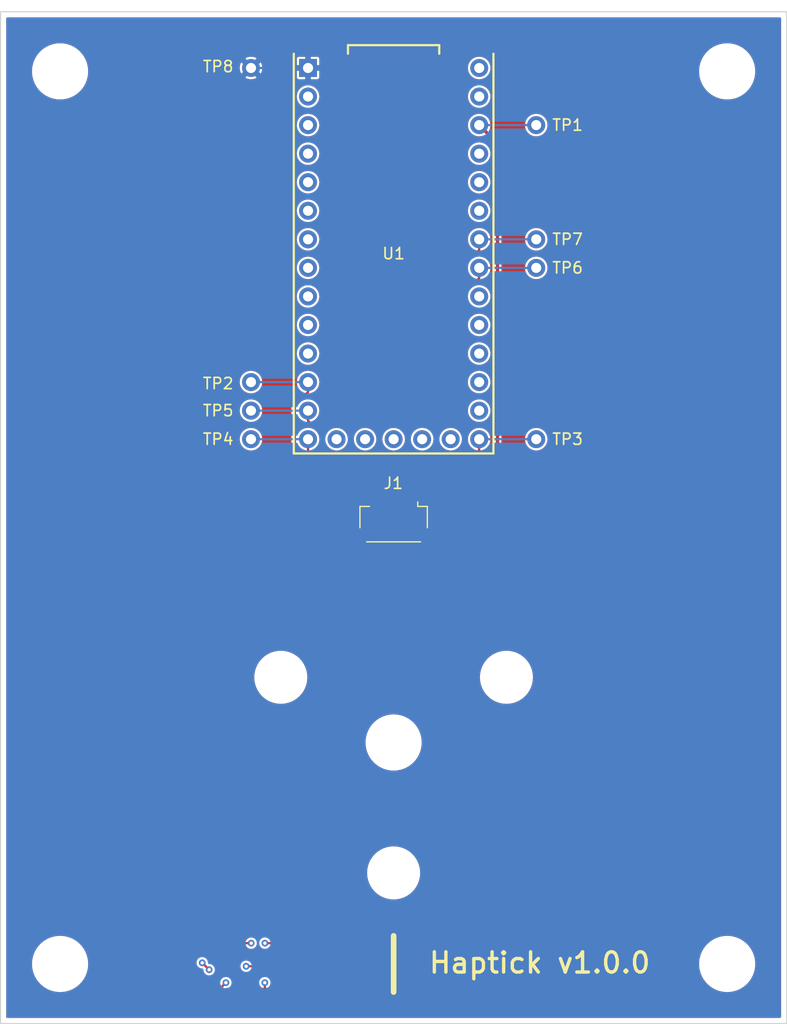
<source format=kicad_pcb>
(kicad_pcb (version 20211014) (generator pcbnew)
  (layers (0 "F.Cu" signal) (31 "B.Cu" signal) (34 "B.Paste" user) (35 "F.Paste" user) (36 "B.SilkS" user "B.Silkscreen") (37 "F.SilkS" user "F.Silkscreen") (38 "B.Mask" user) (39 "F.Mask" user) (44 "Edge.Cuts" user))
  (net 0 "")
  (net 1 "VDD")
  (net 2 "/SPI_~{CS}")
  (net 3 "/SPI_SCLK")
  (net 4 "/SPI_SDO")
  (net 5 "/SPI_SDI")
  (net 6 "/ADC_~{DRDY}")
  (net 7 "/ADC_CLK")
  (net 8 "GNDD")
  (footprint "MountingHole:MountingHole_4.5mm" (layer "F.Cu") (at 120.3 129.7 180)
    (fp_text reference "H5" hide)
    (fp_text value "MountingHole")
  )
  (footprint "proto:TestPoint_THTPad_D1.6mm_Drill0.9mm" (layer "F.Cu") (at 137.3 83.02 180)
    (fp_text reference "TP4")
    (fp_text value "TestPoint")
  )
  (footprint "proto:TestPoint_THTPad_D1.6mm_Drill0.9mm" (layer "F.Cu") (at 162.7 67.78 180)
    (fp_text reference "TP6")
    (fp_text value "TestPoint")
  )
  (footprint "proto:TestPoint_THTPad_D1.6mm_Drill0.9mm" (layer "F.Cu") (at 137.3 77.94 180)
    (fp_text reference "TP2")
    (fp_text value "TestPoint")
  )
  (footprint "proto:MountingHole_PEM_M3_Broaching_Nut" (layer "F.Cu") (at 160.045895 104.2 180)
    (fp_text reference "H3" hide)
    (fp_text value "MountingHole")
  )
  (footprint "proto:TE_2328702-8_1x08-1MP_P0.5mm_Horizontal" (layer "F.Cu") (at 150 90.4)
    (fp_text reference "J1")
    (fp_text value "Conn_01x08_Female")
  )
  (footprint "proto:IocesLogo" (layer "F.Cu") (at 137.8 129.7)
    (fp_text reference "Ref**" hide)
    (fp_text value "Val**" hide)
  )
  (footprint "proto:TestPoint_THTPad_D1.6mm_Drill0.9mm" (layer "F.Cu") (at 137.3 80.48 180)
    (fp_text reference "TP5")
    (fp_text value "TestPoint")
  )
  (footprint "proto:TestPoint_THTPad_D1.6mm_Drill0.9mm" (layer "F.Cu") (at 162.7 83.02 180)
    (fp_text reference "TP3")
    (fp_text value "TestPoint")
  )
  (footprint "proto:TestPoint_THTPad_D1.6mm_Drill0.9mm" (layer "F.Cu") (at 137.3 50 180)
    (fp_text reference "TP8")
    (fp_text value "TestPoint")
  )
  (footprint "proto:MountingHole_PEM_M3_Broaching_Nut" (layer "F.Cu") (at 139.954105 104.2 180)
    (fp_text reference "H1" hide)
    (fp_text value "MountingHole")
  )
  (footprint "proto:TestPoint_THTPad_D1.6mm_Drill0.9mm" (layer "F.Cu") (at 162.7 55.08 180)
    (fp_text reference "TP1")
    (fp_text value "TestPoint")
  )
  (footprint "MountingHole:MountingHole_4.5mm" (layer "F.Cu") (at 179.7 129.7 180)
    (fp_text reference "H4" hide)
    (fp_text value "MountingHole")
  )
  (footprint "MountingHole:MountingHole_4.5mm" (layer "F.Cu") (at 120.3 50.3 180)
    (fp_text reference "H7" hide)
    (fp_text value "MountingHole")
  )
  (footprint "proto:Teensy_3.2" (layer "F.Cu") (at 142.38 50)
    (fp_text reference "U1")
    (fp_text value "Teensy_3.2")
  )
  (footprint "proto:TestPoint_THTPad_D1.6mm_Drill0.9mm" (layer "F.Cu") (at 162.7 65.24 180)
    (fp_text reference "TP7")
    (fp_text value "TestPoint")
  )
  (footprint "proto:MountingHole_PEM_M3_Broaching_Nut" (layer "F.Cu") (at 150 121.6 180)
    (fp_text reference "H2" hide)
    (fp_text value "MountingHole")
  )
  (footprint "MountingHole:MountingHole_4.5mm" (layer "F.Cu") (at 179.7 50.3 180)
    (fp_text reference "H6" hide)
    (fp_text value "MountingHole")
  )
  (footprint "MountingHole:MountingHole_4.5mm" (layer "F.Cu") (at 150 110 180)
    (fp_text reference "H8" hide)
    (fp_text value "MountingHole")
  )
  (gr_line (start 150 127.2) (end 150 132.2) (layer "F.SilkS") (width 0.5))
  (gr_rect (start 185 135) (end 115 45) (layer "Edge.Cuts") (width 0.1) (fill none))
  (gr_text "Haptick v1.0.0" (at 153 129.6) (layer "F.SilkS") (effects (font (size 1.8 1.8) (thickness 0.3)) (justify left)))
  (segment (start 151.75 89.05) (end 153.975 89.05) (width 0.3) (layer "F.Cu") (net 1))
  (segment (start 153.975 89.05) (end 159.25 83.775) (width 0.3) (layer "F.Cu") (net 1))
  (segment (start 159.25 83.775) (end 159.25 56.71) (width 0.3) (layer "F.Cu") (net 1))
  (segment (start 159.25 56.71) (end 157.62 55.08) (width 0.3) (layer "F.Cu") (net 1))
  (segment (start 162.7 55.08) (end 157.62 55.08) (width 0.2) (layer "B.Cu") (net 1))
  (segment (start 150.75 89.75) (end 149.9 90.6) (width 0.2) (layer "F.Cu") (net 2))
  (segment (start 147.6 90.6) (end 141.2 84.2) (width 0.2) (layer "F.Cu") (net 2))
  (segment (start 142.38 78.82) (end 142.38 77.94) (width 0.2) (layer "F.Cu") (net 2))
  (segment (start 149.9 90.6) (end 147.6 90.6) (width 0.2) (layer "F.Cu") (net 2))
  (segment (start 141.2 84.2) (end 141.2 80) (width 0.2) (layer "F.Cu") (net 2))
  (segment (start 151.25 89.55) (end 151.05 89.75) (width 0.2) (layer "F.Cu") (net 2))
  (segment (start 141.2 80) (end 142.38 78.82) (width 0.2) (layer "F.Cu") (net 2))
  (segment (start 151.05 89.75) (end 150.75 89.75) (width 0.2) (layer "F.Cu") (net 2))
  (segment (start 151.25 89.05) (end 151.25 89.55) (width 0.2) (layer "F.Cu") (net 2))
  (segment (start 137.3 77.94) (end 142.38 77.94) (width 0.2) (layer "B.Cu") (net 2))
  (segment (start 153.3 88.3) (end 157.62 83.98) (width 0.2) (layer "F.Cu") (net 3))
  (segment (start 157.62 83.98) (end 157.62 83.02) (width 0.2) (layer "F.Cu") (net 3))
  (segment (start 150.75 89.05) (end 150.75 88.55) (width 0.2) (layer "F.Cu") (net 3))
  (segment (start 150.75 88.55) (end 151 88.3) (width 0.2) (layer "F.Cu") (net 3))
  (segment (start 151 88.3) (end 153.3 88.3) (width 0.2) (layer "F.Cu") (net 3))
  (segment (start 162.7 83.02) (end 157.62 83.02) (width 0.2) (layer "B.Cu") (net 3))
  (segment (start 142.38 84.78) (end 142.38 83.02) (width 0.2) (layer "F.Cu") (net 4))
  (segment (start 149.718198 90.2) (end 147.8 90.2) (width 0.2) (layer "F.Cu") (net 4))
  (segment (start 150.25 89.668198) (end 149.718198 90.2) (width 0.2) (layer "F.Cu") (net 4))
  (segment (start 147.8 90.2) (end 142.38 84.78) (width 0.2) (layer "F.Cu") (net 4))
  (segment (start 150.25 89.05) (end 150.25 89.668198) (width 0.2) (layer "F.Cu") (net 4))
  (segment (start 137.3 83.02) (end 142.38 83.02) (width 0.2) (layer "B.Cu") (net 4))
  (segment (start 149.75 89.55) (end 149.5 89.8) (width 0.2) (layer "F.Cu") (net 5))
  (segment (start 149.5 89.8) (end 148 89.8) (width 0.2) (layer "F.Cu") (net 5))
  (segment (start 143.505 85.305) (end 143.505 82.505) (width 0.2) (layer "F.Cu") (net 5))
  (segment (start 143.505 82.505) (end 142.38 81.38) (width 0.2) (layer "F.Cu") (net 5))
  (segment (start 142.38 81.38) (end 142.38 80.48) (width 0.2) (layer "F.Cu") (net 5))
  (segment (start 148 89.8) (end 143.505 85.305) (width 0.2) (layer "F.Cu") (net 5))
  (segment (start 149.75 89.05) (end 149.75 89.55) (width 0.2) (layer "F.Cu") (net 5))
  (segment (start 142.38 80.48) (end 137.3 80.48) (width 0.2) (layer "B.Cu") (net 5))
  (segment (start 149.25 87.95) (end 149.25 89.05) (width 0.2) (layer "F.Cu") (net 6))
  (segment (start 156.5 78) (end 153.7 80.8) (width 0.2) (layer "F.Cu") (net 6))
  (segment (start 153.7 83.5) (end 149.25 87.95) (width 0.2) (layer "F.Cu") (net 6))
  (segment (start 157.62 67.78) (end 157.62 68.68) (width 0.2) (layer "F.Cu") (net 6))
  (segment (start 153.7 80.8) (end 153.7 83.5) (width 0.2) (layer "F.Cu") (net 6))
  (segment (start 157.62 68.68) (end 156.5 69.8) (width 0.2) (layer "F.Cu") (net 6))
  (segment (start 156.5 69.8) (end 156.5 78) (width 0.2) (layer "F.Cu") (net 6))
  (segment (start 162.7 67.78) (end 157.62 67.78) (width 0.2) (layer "B.Cu") (net 6))
  (segment (start 156.1 69.6) (end 156.5 69.2) (width 0.2) (layer "F.Cu") (net 7))
  (segment (start 151.4 82.5) (end 156.1 77.8) (width 0.2) (layer "F.Cu") (net 7))
  (segment (start 156.1 77.8) (end 156.1 69.6) (width 0.2) (layer "F.Cu") (net 7))
  (segment (start 151.4 85.2) (end 151.4 82.5) (width 0.2) (layer "F.Cu") (net 7))
  (segment (start 156.5 67.3) (end 157.62 66.18) (width 0.2) (layer "F.Cu") (net 7))
  (segment (start 156.5 69.2) (end 156.5 67.3) (width 0.2) (layer "F.Cu") (net 7))
  (segment (start 148.75 89.05) (end 148.75 87.85) (width 0.2) (layer "F.Cu") (net 7))
  (segment (start 157.62 66.18) (end 157.62 65.24) (width 0.2) (layer "F.Cu") (net 7))
  (segment (start 148.75 87.85) (end 151.4 85.2) (width 0.2) (layer "F.Cu") (net 7))
  (segment (start 162.7 65.24) (end 157.62 65.24) (width 0.2) (layer "B.Cu") (net 7))
  (segment (start 137.3 50) (end 142.38 50) (width 0.2) (layer "B.Cu") (net 8))
  (zone (net 8) (net_name "GNDD") (layer "F.Cu") (connect_pads (clearance 0.2)) (min_thickness 0.2) (fill yes (thermal_gap 0.2) (thermal_bridge_width 0.5))
    (polygon (pts (xy 115 45) (xy 185 45) (xy 185 135) (xy 115 135)))
  )
  (zone (net 8) (net_name "GNDD") (layer "B.Cu") (connect_pads (clearance 0.2)) (min_thickness 0.2) (fill yes (thermal_gap 0.2) (thermal_bridge_width 0.5))
    (polygon (pts (xy 115 45) (xy 185 45) (xy 185 135) (xy 115 135)))
  )
)
</source>
